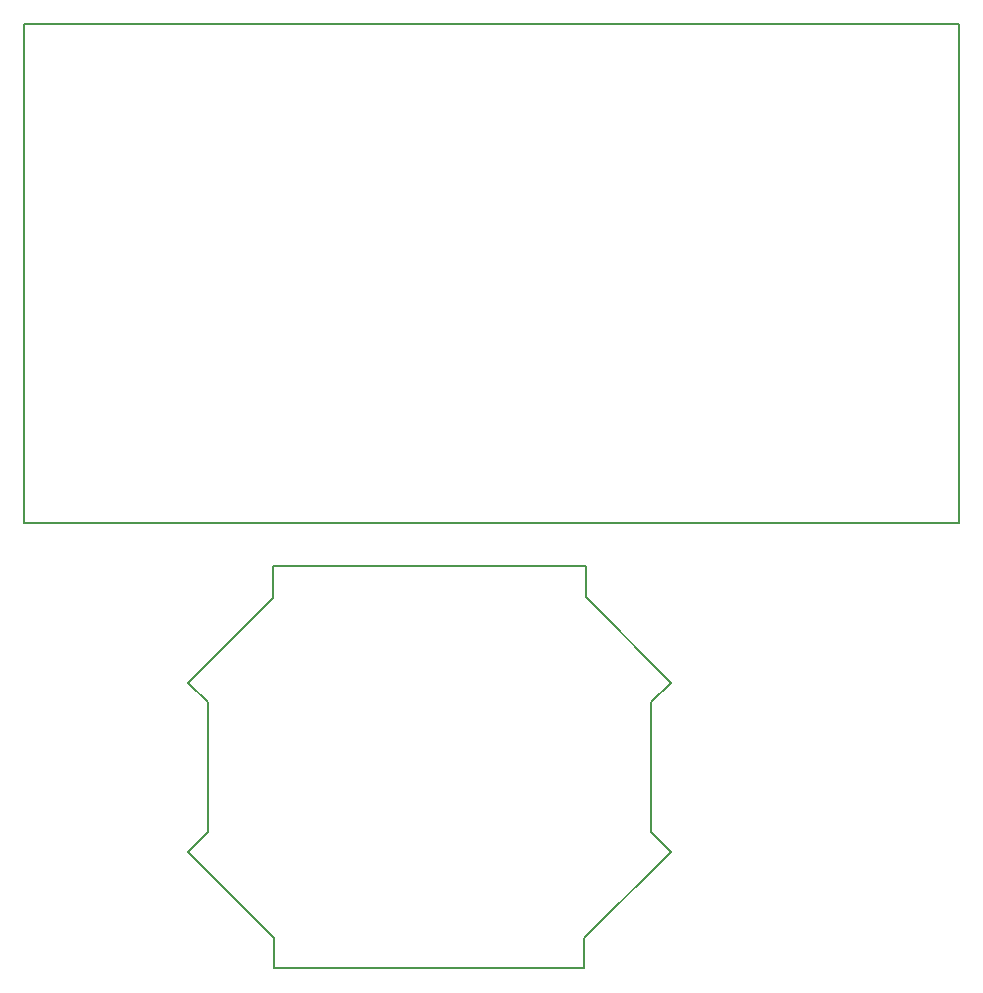
<source format=gm1>
G04 #@! TF.FileFunction,Profile,NP*
%FSLAX46Y46*%
G04 Gerber Fmt 4.6, Leading zero omitted, Abs format (unit mm)*
G04 Created by KiCad (PCBNEW 4.0.7-e2-6376~58~ubuntu16.04.1) date Fri Aug  3 20:43:21 2018*
%MOMM*%
%LPD*%
G01*
G04 APERTURE LIST*
%ADD10C,0.100000*%
%ADD11C,0.150000*%
G04 APERTURE END LIST*
D10*
D11*
X104300000Y-43850000D02*
X105100000Y-43850000D01*
X104300000Y-86100000D02*
X104300000Y-43850000D01*
X183400000Y-86100000D02*
X104300000Y-86100000D01*
X183400000Y-43850000D02*
X183400000Y-86100000D01*
X105100000Y-43850000D02*
X183400000Y-43850000D01*
X125440000Y-121210000D02*
X125350000Y-121120000D01*
X125440000Y-123800000D02*
X125440000Y-121210000D01*
X118150000Y-113920000D02*
X125350000Y-121120000D01*
X118150000Y-113920000D02*
X119840000Y-112230000D01*
X151720000Y-123800000D02*
X125440000Y-123800000D01*
X151720000Y-121250000D02*
X151720000Y-123800000D01*
X159020000Y-113950000D02*
X151720000Y-121250000D01*
X159020000Y-113910000D02*
X159020000Y-113950000D01*
X157370000Y-112260000D02*
X159020000Y-113910000D01*
X157370000Y-101270000D02*
X157370000Y-112260000D01*
X159050000Y-99590000D02*
X157370000Y-101270000D01*
X151850000Y-92390000D02*
X159050000Y-99590000D01*
X151850000Y-89690000D02*
X151850000Y-92390000D01*
X125330000Y-89690000D02*
X151850000Y-89690000D01*
X125330000Y-92450000D02*
X125330000Y-89690000D01*
X118180000Y-99600000D02*
X125330000Y-92450000D01*
X119840000Y-101260000D02*
X118180000Y-99600000D01*
X119840000Y-112230000D02*
X119840000Y-101260000D01*
M02*

</source>
